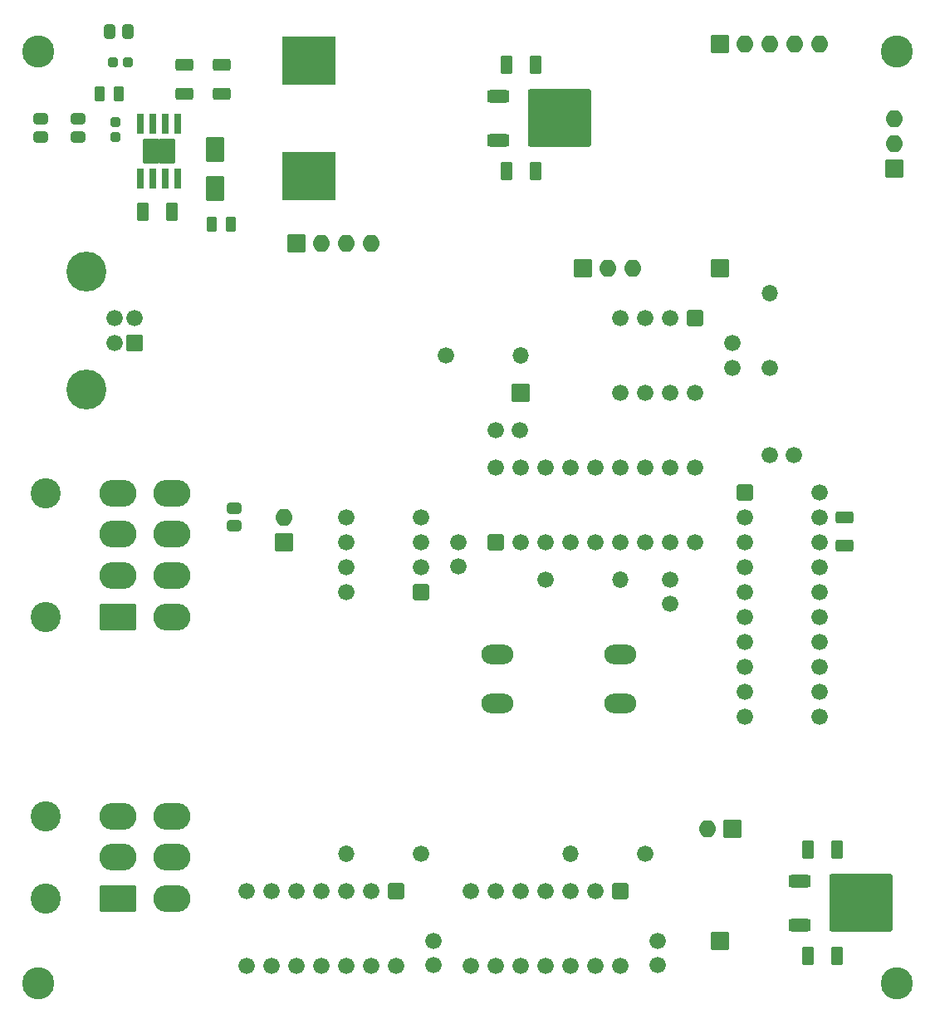
<source format=gbr>
%TF.GenerationSoftware,KiCad,Pcbnew,9.0.0*%
%TF.CreationDate,2025-10-01T11:12:32-04:00*%
%TF.ProjectId,can_gauge_interface,63616e5f-6761-4756-9765-5f696e746572,0.2*%
%TF.SameCoordinates,Original*%
%TF.FileFunction,Soldermask,Top*%
%TF.FilePolarity,Negative*%
%FSLAX46Y46*%
G04 Gerber Fmt 4.6, Leading zero omitted, Abs format (unit mm)*
G04 Created by KiCad (PCBNEW 9.0.0) date 2025-10-01 11:12:32*
%MOMM*%
%LPD*%
G01*
G04 APERTURE LIST*
G04 Aperture macros list*
%AMRoundRect*
0 Rectangle with rounded corners*
0 $1 Rounding radius*
0 $2 $3 $4 $5 $6 $7 $8 $9 X,Y pos of 4 corners*
0 Add a 4 corners polygon primitive as box body*
4,1,4,$2,$3,$4,$5,$6,$7,$8,$9,$2,$3,0*
0 Add four circle primitives for the rounded corners*
1,1,$1+$1,$2,$3*
1,1,$1+$1,$4,$5*
1,1,$1+$1,$6,$7*
1,1,$1+$1,$8,$9*
0 Add four rect primitives between the rounded corners*
20,1,$1+$1,$2,$3,$4,$5,0*
20,1,$1+$1,$4,$5,$6,$7,0*
20,1,$1+$1,$6,$7,$8,$9,0*
20,1,$1+$1,$8,$9,$2,$3,0*%
G04 Aperture macros list end*
%ADD10RoundRect,0.038000X2.700000X-2.450000X2.700000X2.450000X-2.700000X2.450000X-2.700000X-2.450000X0*%
%ADD11RoundRect,0.038000X-0.850000X-0.850000X0.850000X-0.850000X0.850000X0.850000X-0.850000X0.850000X0*%
%ADD12RoundRect,0.266521X-0.346479X-0.671479X0.346479X-0.671479X0.346479X0.671479X-0.346479X0.671479X0*%
%ADD13RoundRect,0.269000X0.269000X0.494000X-0.269000X0.494000X-0.269000X-0.494000X0.269000X-0.494000X0*%
%ADD14RoundRect,0.038000X0.850000X-0.850000X0.850000X0.850000X-0.850000X0.850000X-0.850000X-0.850000X0*%
%ADD15O,1.776000X1.776000*%
%ADD16C,3.276000*%
%ADD17C,1.676000*%
%ADD18O,1.676000X1.676000*%
%ADD19RoundRect,0.265833X-0.872167X-0.372167X0.872167X-0.372167X0.872167X0.372167X-0.872167X0.372167X0*%
%ADD20RoundRect,0.253273X-2.984727X-2.684727X2.984727X-2.684727X2.984727X2.684727X-2.984727X2.684727X0*%
%ADD21RoundRect,0.244000X-0.269000X0.244000X-0.269000X-0.244000X0.269000X-0.244000X0.269000X0.244000X0*%
%ADD22C,3.076000*%
%ADD23RoundRect,0.257038X1.630962X-1.130962X1.630962X1.130962X-1.630962X1.130962X-1.630962X-1.130962X0*%
%ADD24O,3.776000X2.776000*%
%ADD25RoundRect,0.268536X-0.281964X-0.469464X0.281964X-0.469464X0.281964X0.469464X-0.281964X0.469464X0*%
%ADD26RoundRect,0.038000X-0.800000X0.800000X-0.800000X-0.800000X0.800000X-0.800000X0.800000X0.800000X0*%
%ADD27C,4.076000*%
%ADD28RoundRect,0.038000X0.850000X0.850000X-0.850000X0.850000X-0.850000X-0.850000X0.850000X-0.850000X0*%
%ADD29RoundRect,0.244000X-0.244000X-0.269000X0.244000X-0.269000X0.244000X0.269000X-0.244000X0.269000X0*%
%ADD30RoundRect,0.268536X-0.469464X0.281964X-0.469464X-0.281964X0.469464X-0.281964X0.469464X0.281964X0*%
%ADD31RoundRect,0.038000X-0.850000X0.850000X-0.850000X-0.850000X0.850000X-0.850000X0.850000X0.850000X0*%
%ADD32O,3.276000X1.976000*%
%ADD33RoundRect,0.266521X-0.671479X0.346479X-0.671479X-0.346479X0.671479X-0.346479X0.671479X0.346479X0*%
%ADD34RoundRect,0.261875X-0.576125X0.576125X-0.576125X-0.576125X0.576125X-0.576125X0.576125X0.576125X0*%
%ADD35RoundRect,0.260556X0.677444X-1.027444X0.677444X1.027444X-0.677444X1.027444X-0.677444X-1.027444X0*%
%ADD36RoundRect,0.261875X0.576125X0.576125X-0.576125X0.576125X-0.576125X-0.576125X0.576125X-0.576125X0*%
%ADD37RoundRect,0.261875X-0.576125X-0.576125X0.576125X-0.576125X0.576125X0.576125X-0.576125X0.576125X0*%
%ADD38RoundRect,0.269000X-0.269000X-0.494000X0.269000X-0.494000X0.269000X0.494000X-0.269000X0.494000X0*%
%ADD39RoundRect,0.038000X-0.305000X0.955000X-0.305000X-0.955000X0.305000X-0.955000X0.305000X0.955000X0*%
%ADD40RoundRect,0.038000X-0.775000X0.602500X-0.775000X-0.602500X0.775000X-0.602500X0.775000X0.602500X0*%
%ADD41RoundRect,0.261875X0.576125X-0.576125X0.576125X0.576125X-0.576125X0.576125X-0.576125X-0.576125X0*%
%ADD42RoundRect,0.266521X0.671479X-0.346479X0.671479X0.346479X-0.671479X0.346479X-0.671479X-0.346479X0*%
%ADD43RoundRect,0.266521X0.346479X0.671479X-0.346479X0.671479X-0.346479X-0.671479X0.346479X-0.671479X0*%
G04 APERTURE END LIST*
D10*
%TO.C,L1*%
X82550000Y-120200000D03*
X82550000Y-108400000D03*
%TD*%
D11*
%TO.C,J7*%
X124460000Y-129540000D03*
%TD*%
D12*
%TO.C,C9*%
X102714000Y-119634000D03*
X105664000Y-119634000D03*
%TD*%
D13*
%TO.C,C7*%
X63180000Y-111760000D03*
X61280000Y-111760000D03*
%TD*%
D14*
%TO.C,J9*%
X81280000Y-127000000D03*
D15*
X83820000Y-127000000D03*
X86360000Y-127000000D03*
X88900000Y-127000000D03*
%TD*%
D16*
%TO.C,H1*%
X55000000Y-202500000D03*
%TD*%
D12*
%TO.C,C19*%
X133448000Y-199644000D03*
X136398000Y-199644000D03*
%TD*%
D17*
%TO.C,R10*%
X93980000Y-189230000D03*
D18*
X86360000Y-189230000D03*
%TD*%
D12*
%TO.C,C18*%
X133448000Y-188849000D03*
X136398000Y-188849000D03*
%TD*%
D19*
%TO.C,U6*%
X101854000Y-112014000D03*
D20*
X108154000Y-114294000D03*
D19*
X101854000Y-116574000D03*
%TD*%
D17*
%TO.C,C16*%
X95250000Y-198120000D03*
X95250000Y-200620000D03*
%TD*%
D16*
%TO.C,H2*%
X142500000Y-202500000D03*
%TD*%
D21*
%TO.C,C4*%
X62865000Y-114655000D03*
X62865000Y-116205000D03*
%TD*%
D22*
%TO.C,J3*%
X55780000Y-193820000D03*
X55780000Y-185420000D03*
D23*
X63080000Y-193820000D03*
D24*
X63080000Y-189620000D03*
X63080000Y-185420000D03*
X68580000Y-193820000D03*
X68580000Y-189620000D03*
X68580000Y-185420000D03*
%TD*%
D25*
%TO.C,R1*%
X62310000Y-105410000D03*
X64135000Y-105410000D03*
%TD*%
D26*
%TO.C,J1*%
X64770000Y-137160000D03*
D17*
X64770000Y-134660000D03*
X62770000Y-134660000D03*
X62770000Y-137160000D03*
D27*
X59910000Y-141910000D03*
X59910000Y-129910000D03*
%TD*%
D28*
%TO.C,JP5*%
X80010000Y-157480000D03*
D15*
X80010000Y-154940000D03*
%TD*%
D29*
%TO.C,C6*%
X62585000Y-108585000D03*
X64135000Y-108585000D03*
%TD*%
D16*
%TO.C,H4*%
X55000000Y-107500000D03*
%TD*%
D30*
%TO.C,R2*%
X55245000Y-114380000D03*
X55245000Y-116205000D03*
%TD*%
D17*
%TO.C,R6*%
X106680000Y-161290000D03*
D18*
X114300000Y-161290000D03*
%TD*%
D31*
%TO.C,J8*%
X125730000Y-186690000D03*
D15*
X123190000Y-186690000D03*
%TD*%
D32*
%TO.C,SW1*%
X114300000Y-173910000D03*
X101800000Y-173910000D03*
X114300000Y-168910000D03*
X101800000Y-168910000D03*
%TD*%
D33*
%TO.C,C3*%
X69850000Y-108810000D03*
X69850000Y-111760000D03*
%TD*%
D11*
%TO.C,J6*%
X104140000Y-142240000D03*
%TD*%
D17*
%TO.C,R9*%
X129540000Y-139700000D03*
D18*
X129540000Y-132080000D03*
%TD*%
D28*
%TO.C,JP2*%
X142240000Y-119380000D03*
D15*
X142240000Y-116840000D03*
X142240000Y-114300000D03*
%TD*%
D34*
%TO.C,U8*%
X91440000Y-193040000D03*
D17*
X88900000Y-193040000D03*
X86360000Y-193040000D03*
X83820000Y-193040000D03*
X81280000Y-193040000D03*
X78740000Y-193040000D03*
X76200000Y-193040000D03*
X76200000Y-200660000D03*
X78740000Y-200660000D03*
X81280000Y-200660000D03*
X83820000Y-200660000D03*
X86360000Y-200660000D03*
X88900000Y-200660000D03*
X91440000Y-200660000D03*
%TD*%
D35*
%TO.C,D1*%
X73025000Y-121475000D03*
X73025000Y-117475000D03*
%TD*%
D22*
%TO.C,J2*%
X55780000Y-165100000D03*
X55780000Y-152500000D03*
D23*
X63080000Y-165100000D03*
D24*
X63080000Y-160900000D03*
X63080000Y-156700000D03*
X63080000Y-152500000D03*
X68580000Y-165100000D03*
X68580000Y-160900000D03*
X68580000Y-156700000D03*
X68580000Y-152500000D03*
%TD*%
D30*
%TO.C,R3*%
X59055000Y-114380000D03*
X59055000Y-116205000D03*
%TD*%
D36*
%TO.C,U3*%
X93980000Y-162560000D03*
D17*
X93980000Y-160020000D03*
X93980000Y-157480000D03*
X93980000Y-154940000D03*
X86360000Y-154940000D03*
X86360000Y-157480000D03*
X86360000Y-160020000D03*
X86360000Y-162560000D03*
%TD*%
%TO.C,R7*%
X96520000Y-138430000D03*
D18*
X104140000Y-138430000D03*
%TD*%
D33*
%TO.C,C5*%
X73660000Y-108810000D03*
X73660000Y-111760000D03*
%TD*%
D14*
%TO.C,J4*%
X124460000Y-106680000D03*
D15*
X127000000Y-106680000D03*
X129540000Y-106680000D03*
X132080000Y-106680000D03*
X134620000Y-106680000D03*
%TD*%
D17*
%TO.C,C14*%
X97790000Y-159980000D03*
X97790000Y-157480000D03*
%TD*%
D14*
%TO.C,J5*%
X110490000Y-129540000D03*
D15*
X113030000Y-129540000D03*
X115570000Y-129540000D03*
%TD*%
D12*
%TO.C,C8*%
X102714000Y-108839000D03*
X105664000Y-108839000D03*
%TD*%
D11*
%TO.C,J10*%
X124460000Y-198120000D03*
%TD*%
D37*
%TO.C,U1*%
X127000000Y-152400000D03*
D17*
X127000000Y-154940000D03*
X127000000Y-157480000D03*
X127000000Y-160020000D03*
X127000000Y-162560000D03*
X127000000Y-165100000D03*
X127000000Y-167640000D03*
X127000000Y-170180000D03*
X127000000Y-172720000D03*
X127000000Y-175260000D03*
X134620000Y-175260000D03*
X134620000Y-172720000D03*
X134620000Y-170180000D03*
X134620000Y-167640000D03*
X134620000Y-165100000D03*
X134620000Y-162560000D03*
X134620000Y-160020000D03*
X134620000Y-157480000D03*
X134620000Y-154940000D03*
X134620000Y-152400000D03*
%TD*%
D38*
%TO.C,C2*%
X72710000Y-125095000D03*
X74610000Y-125095000D03*
%TD*%
D39*
%TO.C,U5*%
X69215000Y-114855000D03*
X67945000Y-114855000D03*
X66675000Y-114855000D03*
X65405000Y-114855000D03*
X65405000Y-120415000D03*
X66675000Y-120415000D03*
X67945000Y-120415000D03*
X69215000Y-120415000D03*
D40*
X68085000Y-117032500D03*
X66535000Y-117032500D03*
X68085000Y-118237500D03*
X66535000Y-118237500D03*
%TD*%
D17*
%TO.C,C12*%
X119380000Y-161290000D03*
X119380000Y-163790000D03*
%TD*%
%TO.C,C17*%
X118110000Y-198120000D03*
X118110000Y-200620000D03*
%TD*%
D30*
%TO.C,R8*%
X74930000Y-154027500D03*
X74930000Y-155852500D03*
%TD*%
D17*
%TO.C,C10*%
X129540000Y-148590000D03*
X132040000Y-148590000D03*
%TD*%
D16*
%TO.C,H3*%
X142500000Y-107500000D03*
%TD*%
D17*
%TO.C,C13*%
X101600000Y-146050000D03*
X104100000Y-146050000D03*
%TD*%
%TO.C,R11*%
X116840000Y-189230000D03*
D18*
X109220000Y-189230000D03*
%TD*%
D41*
%TO.C,U2*%
X101600000Y-157480000D03*
D17*
X104140000Y-157480000D03*
X106680000Y-157480000D03*
X109220000Y-157480000D03*
X111760000Y-157480000D03*
X114300000Y-157480000D03*
X116840000Y-157480000D03*
X119380000Y-157480000D03*
X121920000Y-157480000D03*
X121920000Y-149860000D03*
X119380000Y-149860000D03*
X116840000Y-149860000D03*
X114300000Y-149860000D03*
X111760000Y-149860000D03*
X109220000Y-149860000D03*
X106680000Y-149860000D03*
X104140000Y-149860000D03*
X101600000Y-149860000D03*
%TD*%
D42*
%TO.C,C11*%
X137160000Y-157890000D03*
X137160000Y-154940000D03*
%TD*%
D34*
%TO.C,U4*%
X121920000Y-134620000D03*
D17*
X119380000Y-134620000D03*
X116840000Y-134620000D03*
X114300000Y-134620000D03*
X114300000Y-142240000D03*
X116840000Y-142240000D03*
X119380000Y-142240000D03*
X121920000Y-142240000D03*
%TD*%
D19*
%TO.C,U7*%
X132588000Y-192024000D03*
D20*
X138888000Y-194304000D03*
D19*
X132588000Y-196584000D03*
%TD*%
D43*
%TO.C,C1*%
X68580000Y-123825000D03*
X65630000Y-123825000D03*
%TD*%
D17*
%TO.C,C15*%
X125730000Y-137200000D03*
X125730000Y-139700000D03*
%TD*%
D34*
%TO.C,U9*%
X114300000Y-193040000D03*
D17*
X111760000Y-193040000D03*
X109220000Y-193040000D03*
X106680000Y-193040000D03*
X104140000Y-193040000D03*
X101600000Y-193040000D03*
X99060000Y-193040000D03*
X99060000Y-200660000D03*
X101600000Y-200660000D03*
X104140000Y-200660000D03*
X106680000Y-200660000D03*
X109220000Y-200660000D03*
X111760000Y-200660000D03*
X114300000Y-200660000D03*
%TD*%
M02*

</source>
